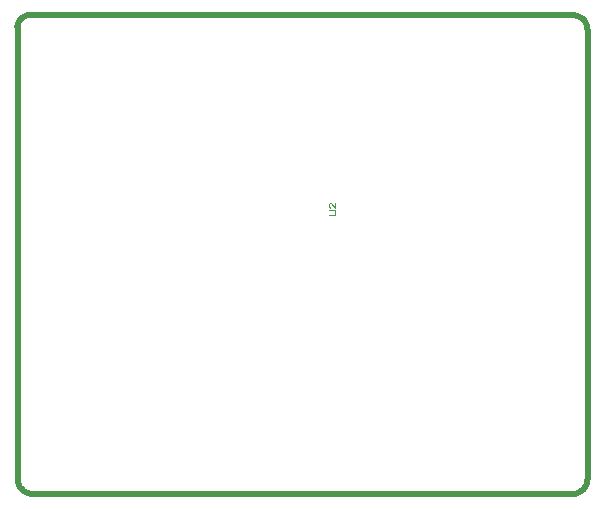
<source format=gbr>
%FSTAX23Y23*%
%MOIN*%
%SFA1B1*%

%IPPOS*%
%ADD13C,0.020079*%
%ADD46C,0.003937*%
%LNpcb1_mechanical_1-1*%
%LPD*%
G54D13*
X02194Y04755D02*
D01*
X02192Y04755*
X02189Y04754*
X02186Y04754*
X02183Y04753*
X02181Y04752*
X02178Y04751*
X02176Y0475*
X02173Y04749*
X02171Y04747*
X02169Y04745*
X02166Y04743*
X02165Y04741*
X02163Y04739*
X02161Y04737*
X0216Y04735*
X02158Y04732*
X02157Y0473*
X02156Y04727*
X02155Y04724*
X02155Y04721*
X02154Y04719*
X02154Y04716*
X02155Y04714*
Y03209D02*
D01*
X02155Y03206*
X02155Y03202*
X02156Y03199*
X02157Y03196*
X02158Y03192*
X02159Y03189*
X0216Y03186*
X02162Y03183*
X02164Y0318*
X02166Y03177*
X02169Y03175*
X02171Y03172*
X02174Y0317*
X02177Y03168*
X0218Y03166*
X02183Y03164*
X02186Y03163*
X02189Y03162*
X02193Y03161*
X02196Y0316*
X02199Y0316*
X02203Y03159*
X02205Y03159*
X04005D02*
D01*
X04008Y03159*
X04012Y0316*
X04015Y0316*
X04018Y03161*
X04022Y03162*
X04025Y03164*
X04028Y03165*
X04031Y03167*
X04034Y03169*
X04037Y03171*
X04039Y03173*
X04042Y03176*
X04044Y03179*
X04046Y03181*
X04048Y03184*
X0405Y03187*
X04051Y03191*
X04052Y03194*
X04053Y03197*
X04054Y03201*
X04054Y03204*
X04055Y03208*
X04055Y03209*
Y04705D02*
D01*
X04054Y04708*
X04054Y04712*
X04054Y04715*
X04053Y04718*
X04052Y04722*
X0405Y04725*
X04049Y04728*
X04047Y04731*
X04045Y04734*
X04043Y04737*
X04041Y04739*
X04038Y04742*
X04035Y04744*
X04033Y04746*
X0403Y04748*
X04027Y0475*
X04023Y04751*
X0402Y04752*
X04017Y04753*
X04013Y04754*
X0401Y04754*
X04006Y04755*
X04005Y04755*
X02205Y03159D02*
X04005D01*
X02155Y03209D02*
Y04714D01*
X04055Y03209D02*
Y04705D01*
X02194Y04755D02*
X04005D01*
G54D46*
X03191Y0409D02*
X03211D01*
X03214Y04094*
Y04101*
X03211Y04105*
X03191*
X03214Y04129D02*
Y04113D01*
X03199Y04129*
X03195*
X03191Y04125*
Y04117*
X03195Y04113*
M02*
</source>
